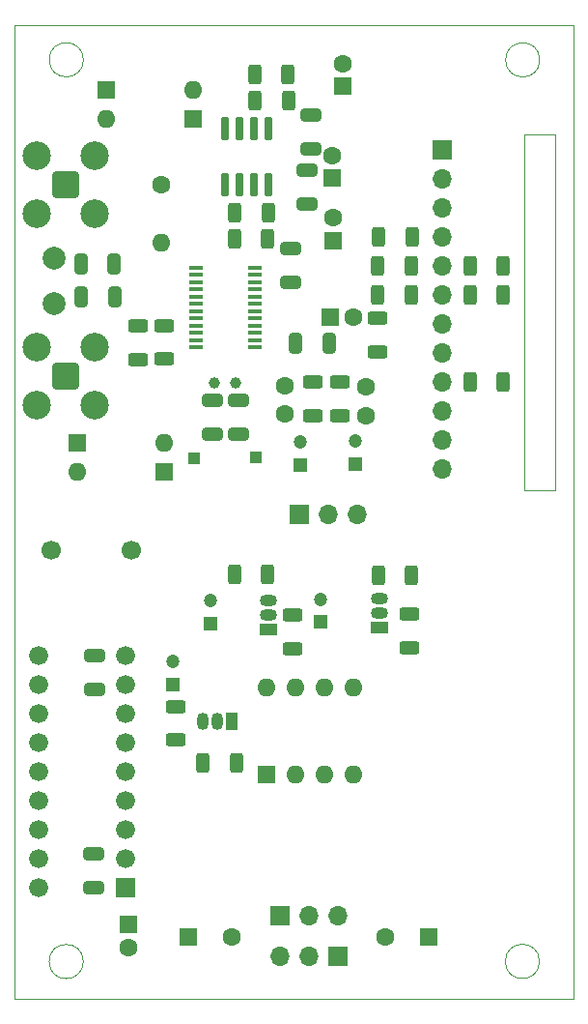
<source format=gbr>
%TF.GenerationSoftware,KiCad,Pcbnew,7.0.1*%
%TF.CreationDate,2023-11-03T16:30:39+00:00*%
%TF.ProjectId,SI4735,53493437-3335-42e6-9b69-6361645f7063,rev?*%
%TF.SameCoordinates,Original*%
%TF.FileFunction,Soldermask,Bot*%
%TF.FilePolarity,Negative*%
%FSLAX45Y45*%
G04 Gerber Fmt 4.5, Leading zero omitted, Abs format (unit mm)*
G04 Created by KiCad (PCBNEW 7.0.1) date 2023-11-03 16:30:39*
%MOMM*%
%LPD*%
G01*
G04 APERTURE LIST*
G04 Aperture macros list*
%AMRoundRect*
0 Rectangle with rounded corners*
0 $1 Rounding radius*
0 $2 $3 $4 $5 $6 $7 $8 $9 X,Y pos of 4 corners*
0 Add a 4 corners polygon primitive as box body*
4,1,4,$2,$3,$4,$5,$6,$7,$8,$9,$2,$3,0*
0 Add four circle primitives for the rounded corners*
1,1,$1+$1,$2,$3*
1,1,$1+$1,$4,$5*
1,1,$1+$1,$6,$7*
1,1,$1+$1,$8,$9*
0 Add four rect primitives between the rounded corners*
20,1,$1+$1,$2,$3,$4,$5,0*
20,1,$1+$1,$4,$5,$6,$7,0*
20,1,$1+$1,$6,$7,$8,$9,0*
20,1,$1+$1,$8,$9,$2,$3,0*%
G04 Aperture macros list end*
%ADD10C,1.600000*%
%ADD11O,1.600000X1.600000*%
%ADD12R,1.600000X1.600000*%
%ADD13R,1.500000X1.050000*%
%ADD14O,1.500000X1.050000*%
%ADD15R,1.700000X1.700000*%
%ADD16O,1.700000X1.700000*%
%ADD17RoundRect,0.200100X0.949900X-0.949900X0.949900X0.949900X-0.949900X0.949900X-0.949900X-0.949900X0*%
%ADD18C,2.500000*%
%ADD19C,1.700000*%
%ADD20R,1.200000X1.200000*%
%ADD21C,1.200000*%
%ADD22R,1.050000X1.500000*%
%ADD23O,1.050000X1.500000*%
%ADD24C,2.000000*%
%ADD25C,1.000000*%
%ADD26R,1.000000X1.000000*%
%ADD27R,1.676400X1.676400*%
%ADD28C,1.676400*%
%ADD29RoundRect,0.250000X0.312500X0.625000X-0.312500X0.625000X-0.312500X-0.625000X0.312500X-0.625000X0*%
%ADD30RoundRect,0.250000X0.650000X-0.325000X0.650000X0.325000X-0.650000X0.325000X-0.650000X-0.325000X0*%
%ADD31RoundRect,0.250000X0.625000X-0.312500X0.625000X0.312500X-0.625000X0.312500X-0.625000X-0.312500X0*%
%ADD32RoundRect,0.250000X-0.625000X0.312500X-0.625000X-0.312500X0.625000X-0.312500X0.625000X0.312500X0*%
%ADD33RoundRect,0.250000X-0.650000X0.325000X-0.650000X-0.325000X0.650000X-0.325000X0.650000X0.325000X0*%
%ADD34RoundRect,0.250000X-0.325000X-0.650000X0.325000X-0.650000X0.325000X0.650000X-0.325000X0.650000X0*%
%ADD35RoundRect,0.250000X-0.312500X-0.625000X0.312500X-0.625000X0.312500X0.625000X-0.312500X0.625000X0*%
%ADD36R,1.200000X0.400000*%
%ADD37RoundRect,0.250000X0.325000X0.650000X-0.325000X0.650000X-0.325000X-0.650000X0.325000X-0.650000X0*%
%ADD38RoundRect,0.042000X0.258000X-0.943000X0.258000X0.943000X-0.258000X0.943000X-0.258000X-0.943000X0*%
%TA.AperFunction,Profile*%
%ADD39C,0.050000*%
%TD*%
%TA.AperFunction,Profile*%
%ADD40C,0.100000*%
%TD*%
G04 APERTURE END LIST*
D10*
%TO.C,L1*%
X13782500Y-9232500D03*
D11*
X13782500Y-9740500D03*
%TD*%
D12*
%TO.C,C7*%
X15266989Y-10400000D03*
D10*
X15466989Y-10400000D03*
%TD*%
D13*
%TO.C,Q3*%
X14721250Y-13134000D03*
D14*
X14721250Y-13007000D03*
X14721250Y-12880000D03*
%TD*%
D15*
%TO.C,J4*%
X14829800Y-15636210D03*
D16*
X15083800Y-15636210D03*
X15337800Y-15636210D03*
%TD*%
D12*
%TO.C,D4*%
X13807500Y-11751500D03*
D11*
X13045500Y-11751500D03*
%TD*%
D13*
%TO.C,Q2*%
X15695000Y-13116260D03*
D14*
X15695000Y-12989260D03*
X15695000Y-12862260D03*
%TD*%
D17*
%TO.C,J3*%
X12949000Y-9234000D03*
D18*
X12695000Y-9488000D03*
X13203000Y-9488000D03*
X12695000Y-8980000D03*
X13203000Y-8980000D03*
%TD*%
D15*
%TO.C,J2*%
X15337300Y-15993710D03*
D16*
X15083300Y-15993710D03*
X14829300Y-15993710D03*
%TD*%
D12*
%TO.C,U4*%
X14705480Y-14397100D03*
D11*
X14959480Y-14397100D03*
X15213480Y-14397100D03*
X15467480Y-14397100D03*
X15467480Y-13635100D03*
X15213480Y-13635100D03*
X14959480Y-13635100D03*
X14705480Y-13635100D03*
%TD*%
D10*
%TO.C,C21*%
X14865000Y-10995000D03*
X14865000Y-11245000D03*
%TD*%
D15*
%TO.C,J1*%
X16250920Y-8933180D03*
D16*
X16250920Y-9187180D03*
X16250920Y-9441180D03*
X16250920Y-9695180D03*
X16250920Y-9949180D03*
X16250920Y-10203180D03*
X16250920Y-10457180D03*
X16250920Y-10711180D03*
X16250920Y-10965180D03*
X16250920Y-11219180D03*
X16250920Y-11473180D03*
X16250920Y-11727180D03*
%TD*%
D12*
%TO.C,C16*%
X13495000Y-15715000D03*
D10*
X13495000Y-15915000D03*
%TD*%
D19*
%TO.C,J10*%
X12820000Y-12437500D03*
X13520000Y-12437500D03*
%TD*%
D12*
%TO.C,C1*%
X15377500Y-8375000D03*
D10*
X15377500Y-8175000D03*
%TD*%
D20*
%TO.C,C20*%
X14212500Y-13080000D03*
D21*
X14212500Y-12880000D03*
%TD*%
D20*
%TO.C,C18*%
X15487500Y-11680000D03*
D21*
X15487500Y-11480000D03*
%TD*%
D12*
%TO.C,C11*%
X16132500Y-15820000D03*
D10*
X15752500Y-15820000D03*
%TD*%
D12*
%TO.C,C12*%
X14025000Y-15819700D03*
D10*
X14405000Y-15819700D03*
%TD*%
D20*
%TO.C,C19*%
X15182500Y-13064760D03*
D21*
X15182500Y-12864760D03*
%TD*%
D20*
%TO.C,C14*%
X13887500Y-13612120D03*
D21*
X13887500Y-13412120D03*
%TD*%
D12*
%TO.C,C8*%
X15290000Y-9727000D03*
D10*
X15290000Y-9527000D03*
%TD*%
D15*
%TO.C,J7*%
X14992000Y-12120000D03*
D16*
X15246000Y-12120000D03*
X15500000Y-12120000D03*
%TD*%
D12*
%TO.C,D3*%
X13044500Y-11499000D03*
D11*
X13806500Y-11499000D03*
%TD*%
D22*
%TO.C,Q1*%
X14400580Y-13937240D03*
D23*
X14273580Y-13937240D03*
X14146580Y-13937240D03*
%TD*%
D24*
%TO.C,L2*%
X12847500Y-10280000D03*
X12847500Y-9880000D03*
%TD*%
D10*
%TO.C,C17*%
X15582500Y-11007500D03*
X15582500Y-11257500D03*
%TD*%
D12*
%TO.C,C5*%
X15287000Y-9179511D03*
D10*
X15287000Y-8979511D03*
%TD*%
D25*
%TO.C,Y1*%
X14250000Y-10975000D03*
X14440000Y-10975000D03*
%TD*%
D12*
%TO.C,D1*%
X14064500Y-8660000D03*
D11*
X13302500Y-8660000D03*
%TD*%
D26*
%TO.C,J8*%
X14075000Y-11634000D03*
%TD*%
%TO.C,J9*%
X14617500Y-11625000D03*
%TD*%
D12*
%TO.C,D2*%
X13304000Y-8410000D03*
D11*
X14066000Y-8410000D03*
%TD*%
D17*
%TO.C,J5*%
X12948500Y-10911000D03*
D18*
X12694500Y-11165000D03*
X13202500Y-11165000D03*
X12694500Y-10657000D03*
X13202500Y-10657000D03*
%TD*%
D27*
%TO.C,U5*%
X13474500Y-15392000D03*
D28*
X13474500Y-15138000D03*
X13474500Y-14884000D03*
X13474500Y-14630000D03*
X13474500Y-14376000D03*
X13474500Y-14122000D03*
X13474500Y-13868000D03*
X13474500Y-13614000D03*
X13474500Y-13360000D03*
X12712500Y-13360000D03*
X12712500Y-13614000D03*
X12712500Y-13868000D03*
X12712500Y-14122000D03*
X12712500Y-14376000D03*
X12712500Y-14630000D03*
X12712500Y-14884000D03*
X12712500Y-15138000D03*
X12712500Y-15392000D03*
%TD*%
D20*
%TO.C,C22*%
X15007500Y-11689760D03*
D21*
X15007500Y-11489760D03*
%TD*%
D29*
%TO.C,R13*%
X16785520Y-10967160D03*
X16493020Y-10967160D03*
%TD*%
D30*
%TO.C,C2*%
X13192000Y-15390000D03*
X13192000Y-15095000D03*
%TD*%
D29*
%TO.C,R6*%
X14721250Y-9485000D03*
X14428750Y-9485000D03*
%TD*%
D30*
%TO.C,C6*%
X14920000Y-10087500D03*
X14920000Y-9792500D03*
%TD*%
D31*
%TO.C,R19*%
X15348750Y-11258510D03*
X15348750Y-10966010D03*
%TD*%
D32*
%TO.C,R4*%
X15681960Y-10406380D03*
X15681960Y-10698880D03*
%TD*%
D33*
%TO.C,C9*%
X15064000Y-9109000D03*
X15064000Y-9404000D03*
%TD*%
D32*
%TO.C,R17*%
X13810000Y-10470000D03*
X13810000Y-10762500D03*
%TD*%
D34*
%TO.C,C10*%
X13077695Y-9926820D03*
X13372695Y-9926820D03*
%TD*%
D29*
%TO.C,R11*%
X16785520Y-10199660D03*
X16493020Y-10199660D03*
%TD*%
D31*
%TO.C,R21*%
X15116250Y-11258510D03*
X15116250Y-10966010D03*
%TD*%
D29*
%TO.C,R8*%
X14442500Y-14300000D03*
X14150000Y-14300000D03*
%TD*%
D35*
%TO.C,R1*%
X15690000Y-9695000D03*
X15982500Y-9695000D03*
%TD*%
D31*
%TO.C,R20*%
X14935250Y-13300000D03*
X14935250Y-13007500D03*
%TD*%
D33*
%TO.C,C24*%
X14232500Y-11124000D03*
X14232500Y-11419000D03*
%TD*%
D34*
%TO.C,C13*%
X13080000Y-10215000D03*
X13375000Y-10215000D03*
%TD*%
D29*
%TO.C,R3*%
X15974460Y-10203180D03*
X15681960Y-10203180D03*
%TD*%
%TO.C,R22*%
X14720000Y-12645000D03*
X14427500Y-12645000D03*
%TD*%
%TO.C,R5*%
X14720000Y-9710000D03*
X14427500Y-9710000D03*
%TD*%
%TO.C,R10*%
X14898750Y-8497500D03*
X14606250Y-8497500D03*
%TD*%
D36*
%TO.C,U6*%
X14087500Y-10658500D03*
X14087500Y-10595000D03*
X14087500Y-10531500D03*
X14087500Y-10468000D03*
X14087500Y-10404500D03*
X14087500Y-10341000D03*
X14087500Y-10277500D03*
X14087500Y-10214000D03*
X14087500Y-10150500D03*
X14087500Y-10087000D03*
X14087500Y-10023500D03*
X14087500Y-9960000D03*
X14607500Y-9960000D03*
X14607500Y-10023500D03*
X14607500Y-10087000D03*
X14607500Y-10150500D03*
X14607500Y-10214000D03*
X14607500Y-10277500D03*
X14607500Y-10341000D03*
X14607500Y-10404500D03*
X14607500Y-10468000D03*
X14607500Y-10531500D03*
X14607500Y-10595000D03*
X14607500Y-10658500D03*
%TD*%
D29*
%TO.C,R2*%
X15974060Y-9949180D03*
X15681560Y-9949180D03*
%TD*%
%TO.C,R9*%
X14897500Y-8270000D03*
X14605000Y-8270000D03*
%TD*%
%TO.C,R12*%
X16785520Y-9949660D03*
X16493020Y-9949660D03*
%TD*%
D37*
%TO.C,C15*%
X15257500Y-10625000D03*
X14962500Y-10625000D03*
%TD*%
D33*
%TO.C,C23*%
X14462500Y-11124000D03*
X14462500Y-11419000D03*
%TD*%
%TO.C,C3*%
X13200000Y-13360000D03*
X13200000Y-13655000D03*
%TD*%
D31*
%TO.C,R16*%
X15957500Y-13290000D03*
X15957500Y-12997500D03*
%TD*%
D32*
%TO.C,R7*%
X13577500Y-10472500D03*
X13577500Y-10765000D03*
%TD*%
D35*
%TO.C,R18*%
X15687500Y-12657260D03*
X15980000Y-12657260D03*
%TD*%
D38*
%TO.C,U3*%
X14721750Y-9236500D03*
X14594750Y-9236500D03*
X14467750Y-9236500D03*
X14340750Y-9236500D03*
X14340750Y-8742500D03*
X14467750Y-8742500D03*
X14594750Y-8742500D03*
X14721750Y-8742500D03*
%TD*%
D30*
%TO.C,C4*%
X15095000Y-8920000D03*
X15095000Y-8625000D03*
%TD*%
D31*
%TO.C,R15*%
X13915000Y-14096250D03*
X13915000Y-13803750D03*
%TD*%
D39*
X17104000Y-8143000D02*
G75*
G03*
X17104000Y-8143000I-150000J0D01*
G01*
X13102000Y-8142000D02*
G75*
G03*
X13102000Y-8142000I-150000J0D01*
G01*
X13101000Y-16038000D02*
G75*
G03*
X13101000Y-16038000I-150000J0D01*
G01*
X16965500Y-8793000D02*
X17237000Y-8793000D01*
X17237000Y-11913000D01*
X16965500Y-11913000D01*
X16965500Y-8793000D01*
X17101000Y-16037000D02*
G75*
G03*
X17101000Y-16037000I-150000J0D01*
G01*
X12496500Y-7836500D02*
X17404000Y-7836500D01*
X17404000Y-16369000D01*
X12496500Y-16369000D01*
X12496500Y-7836500D01*
D40*
%TO.C,J3*%
X12499000Y-8804000D02*
X12499000Y-9664000D01*
%TO.C,J5*%
X12498500Y-10481000D02*
X12498500Y-11341000D01*
%TD*%
M02*

</source>
